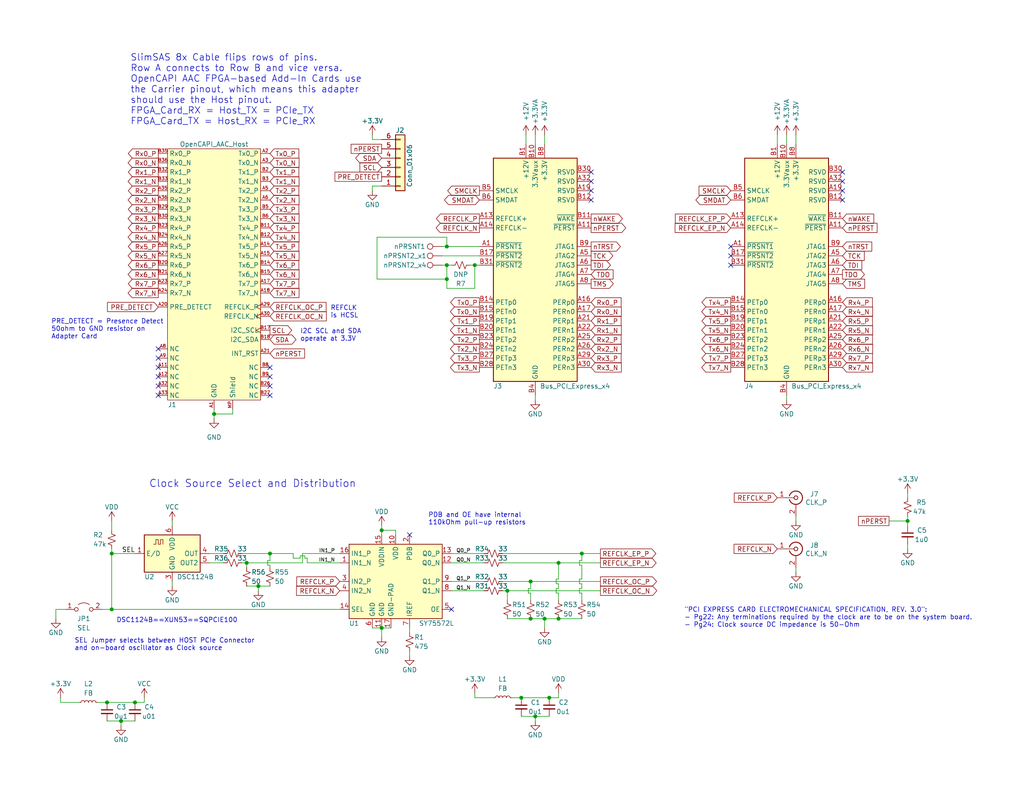
<source format=kicad_sch>
(kicad_sch (version 20230121) (generator eeschema)
  (paper "USLetter")
  (title_block (title "OpenCAPI to PCIe x4 Host and Endpoint") (rev "A") (company "mwrnd") (comment 1 "github.com/mwrnd/OpenCAPI_PCIe_x4_Host_and_Endpoint"))
  (junction (at 148.59 168.91))
  (junction (at 58.42 113.03))
  (junction (at 104.14 171.45))
  (junction (at 142.24 190.5))
  (junction (at 29.21 191.77))
  (junction (at 33.02 196.85))
  (junction (at 36.83 191.77))
  (junction (at 30.48 151.13))
  (junction (at 121.92 72.39))
  (junction (at 104.14 144.78))
  (junction (at 144.78 158.75))
  (junction (at 144.78 168.91))
  (junction (at 152.4 168.91))
  (junction (at 30.48 166.37))
  (junction (at 67.31 153.67))
  (junction (at 138.43 161.29))
  (junction (at 70.485 160.02))
  (junction (at 73.66 151.13))
  (junction (at 149.86 190.5))
  (junction (at 121.92 76.2))
  (junction (at 146.05 195.58))
  (junction (at 152.4 153.67))
  (junction (at 121.92 67.31))
  (junction (at 247.65 142.24))
  (junction (at 158.75 151.13))
  (junction (at 129.54 72.39))
  (no_connect (at 43.18 100.33))
  (no_connect (at 229.87 49.53))
  (no_connect (at 199.39 72.39))
  (no_connect (at 73.66 100.33))
  (no_connect (at 43.18 95.25))
  (no_connect (at 43.18 102.87))
  (no_connect (at 43.18 107.95))
  (no_connect (at 199.39 69.85))
  (no_connect (at 229.87 46.99))
  (no_connect (at 73.66 107.95))
  (no_connect (at 161.29 54.61))
  (no_connect (at 111.76 146.05))
  (no_connect (at 43.18 97.79))
  (no_connect (at 161.29 46.99))
  (no_connect (at 161.29 49.53))
  (no_connect (at 229.87 52.07))
  (no_connect (at 123.19 166.37))
  (no_connect (at 229.87 54.61))
  (no_connect (at 43.18 105.41))
  (no_connect (at 199.39 67.31))
  (no_connect (at 73.66 105.41))
  (no_connect (at 73.66 102.87))
  (no_connect (at 161.29 52.07))
  (wire (pts (xy 15.24 166.37) (xy 15.24 168.91)))
  (wire (pts (xy 146.05 36.83) (xy 146.05 39.37)))
  (wire (pts (xy 33.02 196.85) (xy 33.02 198.12)))
  (wire (pts (xy 142.24 190.5) (xy 149.86 190.5)))
  (wire (pts (xy 30.48 149.86) (xy 30.48 151.13)))
  (wire (pts (xy 101.6 38.1) (xy 101.6 36.83)))
  (wire (pts (xy 102.87 64.77) (xy 102.87 76.2)))
  (wire (pts (xy 17.78 166.37) (xy 15.24 166.37)))
  (wire (pts (xy 81.915 151.765) (xy 81.915 152.4)))
  (wire (pts (xy 66.04 151.13) (xy 73.66 151.13)))
  (wire (pts (xy 151.765 160.655) (xy 151.765 161.925)))
  (wire (pts (xy 123.19 151.13) (xy 132.08 151.13)))
  (wire (pts (xy 158.75 158.115) (xy 158.115 158.115)))
  (wire (pts (xy 247.65 148.59) (xy 247.65 149.86)))
  (wire (pts (xy 217.17 154.94) (xy 217.17 156.21)))
  (wire (pts (xy 26.67 191.77) (xy 29.21 191.77)))
  (wire (pts (xy 67.31 160.02) (xy 70.485 160.02)))
  (wire (pts (xy 137.16 161.29) (xy 138.43 161.29)))
  (wire (pts (xy 66.04 153.67) (xy 67.31 153.67)))
  (wire (pts (xy 152.4 153.67) (xy 152.4 158.115)))
  (wire (pts (xy 242.57 142.24) (xy 247.65 142.24)))
  (wire (pts (xy 144.78 168.91) (xy 148.59 168.91)))
  (wire (pts (xy 121.92 67.31) (xy 130.81 67.31)))
  (wire (pts (xy 151.765 161.925) (xy 152.4 161.925)))
  (wire (pts (xy 148.59 168.91) (xy 148.59 171.45)))
  (wire (pts (xy 247.65 142.24) (xy 247.65 143.51)))
  (wire (pts (xy 158.75 151.13) (xy 163.83 151.13)))
  (wire (pts (xy 128.27 72.39) (xy 129.54 72.39)))
  (wire (pts (xy 247.65 140.97) (xy 247.65 142.24)))
  (wire (pts (xy 107.95 144.78) (xy 107.95 146.05)))
  (wire (pts (xy 149.86 190.5) (xy 152.4 190.5)))
  (wire (pts (xy 80.01 152.4) (xy 81.915 152.4)))
  (wire (pts (xy 158.75 153.035) (xy 158.115 153.035)))
  (wire (pts (xy 104.14 38.1) (xy 101.6 38.1)))
  (wire (pts (xy 152.4 158.115) (xy 151.765 158.115)))
  (wire (pts (xy 83.82 152.4) (xy 83.185 152.4)))
  (wire (pts (xy 70.485 160.02) (xy 70.485 161.29)))
  (wire (pts (xy 83.82 153.67) (xy 83.82 152.4)))
  (wire (pts (xy 67.31 153.67) (xy 67.31 154.94)))
  (wire (pts (xy 111.76 177.8) (xy 111.76 179.07)))
  (wire (pts (xy 27.94 166.37) (xy 30.48 166.37)))
  (wire (pts (xy 129.54 72.39) (xy 129.54 78.74)))
  (wire (pts (xy 144.78 160.655) (xy 144.145 160.655)))
  (wire (pts (xy 73.66 153.035) (xy 73.025 153.035)))
  (wire (pts (xy 29.21 191.77) (xy 36.83 191.77)))
  (wire (pts (xy 158.75 154.305) (xy 158.75 158.115)))
  (wire (pts (xy 70.485 160.02) (xy 73.66 160.02)))
  (wire (pts (xy 39.37 191.77) (xy 36.83 191.77)))
  (wire (pts (xy 158.115 161.925) (xy 158.75 161.925)))
  (wire (pts (xy 121.92 76.2) (xy 121.92 72.39)))
  (wire (pts (xy 73.025 153.035) (xy 73.025 154.305)))
  (wire (pts (xy 212.09 36.83) (xy 212.09 39.37)))
  (wire (pts (xy 120.65 69.85) (xy 130.81 69.85)))
  (wire (pts (xy 39.37 190.5) (xy 39.37 191.77)))
  (wire (pts (xy 144.78 161.925) (xy 144.78 163.83)))
  (wire (pts (xy 151.765 159.385) (xy 152.4 159.385)))
  (wire (pts (xy 151.765 158.115) (xy 151.765 159.385)))
  (wire (pts (xy 144.78 158.75) (xy 144.78 160.655)))
  (wire (pts (xy 142.24 195.58) (xy 146.05 195.58)))
  (wire (pts (xy 158.115 154.305) (xy 158.75 154.305)))
  (wire (pts (xy 121.92 67.31) (xy 121.92 64.77)))
  (wire (pts (xy 29.21 196.85) (xy 33.02 196.85)))
  (wire (pts (xy 120.65 67.31) (xy 121.92 67.31)))
  (wire (pts (xy 137.16 158.75) (xy 144.78 158.75)))
  (wire (pts (xy 104.14 50.8) (xy 101.6 50.8)))
  (wire (pts (xy 82.55 153.67) (xy 82.55 151.13)))
  (wire (pts (xy 92.71 153.67) (xy 83.82 153.67)))
  (wire (pts (xy 101.6 50.8) (xy 101.6 52.07)))
  (wire (pts (xy 138.43 168.91) (xy 144.78 168.91)))
  (wire (pts (xy 158.75 161.925) (xy 158.75 163.83)))
  (wire (pts (xy 129.54 190.5) (xy 129.54 189.23)))
  (wire (pts (xy 80.01 152.4) (xy 80.01 151.13)))
  (wire (pts (xy 73.025 154.305) (xy 73.66 154.305)))
  (wire (pts (xy 214.63 36.83) (xy 214.63 39.37)))
  (wire (pts (xy 80.01 151.13) (xy 73.66 151.13)))
  (wire (pts (xy 30.48 166.37) (xy 92.71 166.37)))
  (wire (pts (xy 129.54 78.74) (xy 121.92 78.74)))
  (wire (pts (xy 121.92 78.74) (xy 121.92 76.2)))
  (wire (pts (xy 158.75 159.385) (xy 158.75 160.655)))
  (wire (pts (xy 247.65 134.62) (xy 247.65 135.89)))
  (wire (pts (xy 123.19 153.67) (xy 132.08 153.67)))
  (wire (pts (xy 144.78 158.75) (xy 163.83 158.75)))
  (wire (pts (xy 158.115 153.035) (xy 158.115 154.305)))
  (wire (pts (xy 121.92 64.77) (xy 102.87 64.77)))
  (wire (pts (xy 104.14 144.78) (xy 104.14 146.05)))
  (wire (pts (xy 46.99 158.75) (xy 46.99 160.02)))
  (wire (pts (xy 146.05 107.95) (xy 146.05 109.22)))
  (wire (pts (xy 158.115 159.385) (xy 158.75 159.385)))
  (wire (pts (xy 148.59 36.83) (xy 148.59 39.37)))
  (wire (pts (xy 21.59 191.77) (xy 16.51 191.77)))
  (wire (pts (xy 138.43 161.29) (xy 138.43 163.83)))
  (wire (pts (xy 16.51 191.77) (xy 16.51 190.5)))
  (wire (pts (xy 129.54 72.39) (xy 130.81 72.39)))
  (wire (pts (xy 104.14 171.45) (xy 106.68 171.45)))
  (wire (pts (xy 137.16 153.67) (xy 152.4 153.67)))
  (wire (pts (xy 101.6 171.45) (xy 104.14 171.45)))
  (wire (pts (xy 143.51 36.83) (xy 143.51 39.37)))
  (wire (pts (xy 214.63 107.95) (xy 214.63 109.22)))
  (wire (pts (xy 137.16 151.13) (xy 158.75 151.13)))
  (wire (pts (xy 30.48 166.37) (xy 30.48 151.13)))
  (wire (pts (xy 158.115 160.655) (xy 158.115 161.925)))
  (wire (pts (xy 152.4 161.925) (xy 152.4 163.83)))
  (wire (pts (xy 104.14 171.45) (xy 104.14 173.99)))
  (wire (pts (xy 82.55 151.13) (xy 92.71 151.13)))
  (wire (pts (xy 83.185 151.765) (xy 81.915 151.765)))
  (wire (pts (xy 67.31 153.67) (xy 82.55 153.67)))
  (wire (pts (xy 46.99 142.24) (xy 46.99 143.51)))
  (wire (pts (xy 104.14 143.51) (xy 104.14 144.78)))
  (wire (pts (xy 121.92 72.39) (xy 123.19 72.39)))
  (wire (pts (xy 30.48 142.24) (xy 30.48 144.78)))
  (wire (pts (xy 152.4 168.91) (xy 158.75 168.91)))
  (wire (pts (xy 217.17 36.83) (xy 217.17 39.37)))
  (wire (pts (xy 144.145 160.655) (xy 144.145 161.925)))
  (wire (pts (xy 104.14 144.78) (xy 107.95 144.78)))
  (wire (pts (xy 83.185 152.4) (xy 83.185 151.765)))
  (wire (pts (xy 58.42 113.03) (xy 63.5 113.03)))
  (wire (pts (xy 148.59 168.91) (xy 152.4 168.91)))
  (wire (pts (xy 57.15 153.67) (xy 60.96 153.67)))
  (wire (pts (xy 158.75 160.655) (xy 158.115 160.655)))
  (wire (pts (xy 152.4 159.385) (xy 152.4 160.655)))
  (wire (pts (xy 120.65 72.39) (xy 121.92 72.39)))
  (wire (pts (xy 138.43 161.29) (xy 163.83 161.29)))
  (wire (pts (xy 73.66 151.13) (xy 73.66 153.035)))
  (wire (pts (xy 58.42 111.76) (xy 58.42 113.03)))
  (wire (pts (xy 158.115 158.115) (xy 158.115 159.385)))
  (wire (pts (xy 30.48 151.13) (xy 36.83 151.13)))
  (wire (pts (xy 152.4 190.5) (xy 152.4 189.23)))
  (wire (pts (xy 134.62 190.5) (xy 129.54 190.5)))
  (wire (pts (xy 58.42 113.03) (xy 58.42 114.3)))
  (wire (pts (xy 123.19 161.29) (xy 132.08 161.29)))
  (wire (pts (xy 63.5 111.76) (xy 63.5 113.03)))
  (wire (pts (xy 217.17 140.97) (xy 217.17 142.24)))
  (wire (pts (xy 123.19 158.75) (xy 132.08 158.75)))
  (wire (pts (xy 139.7 190.5) (xy 142.24 190.5)))
  (wire (pts (xy 73.66 154.305) (xy 73.66 154.94)))
  (wire (pts (xy 146.05 195.58) (xy 146.05 196.85)))
  (wire (pts (xy 152.4 160.655) (xy 151.765 160.655)))
  (wire (pts (xy 146.05 195.58) (xy 149.86 195.58)))
  (wire (pts (xy 152.4 153.67) (xy 163.83 153.67)))
  (wire (pts (xy 144.145 161.925) (xy 144.78 161.925)))
  (wire (pts (xy 33.02 196.85) (xy 36.83 196.85)))
  (wire (pts (xy 102.87 76.2) (xy 121.92 76.2)))
  (wire (pts (xy 111.76 171.45) (xy 111.76 172.72)))
  (wire (pts (xy 158.75 151.13) (xy 158.75 153.035)))
  (wire (pts (xy 57.15 151.13) (xy 60.96 151.13)))
  (text "PDB and OE have internal\n110kOhm pull-up resistors" (at 116.84 143.51 0) (effects (font (size 1.27 1.27)) (justify left bottom)))
  (text "DSC1124B==XUN53==SQPCIE100" (at 31.75 170.18 0) (effects (font (size 1.27 1.27)) (justify left bottom)))
  (text "Clock Source Select and Distribution" (at 40.64 133.35 0) (effects (font (size 2 2)) (justify left bottom)))
  (text "I2C SCL and SDA\noperate at 3.3V" (at 81.915 93.345 0) (effects (font (size 1.27 1.27)) (justify left bottom)))
  (text "\"PCI EXPRESS CARD ELECTROMECHANICAL SPECIFICATION, REV. 3.0\":\n- Pg22: Any terminations required by the clock are to be on the system board.\n- Pg24: Clock source DC impedance is 50-Ohm" (at 186.69 171.45 0) (effects (font (size 1.27 1.27)) (justify left bottom)))
  (text "SEL Jumper selects between HOST PCIe Connector\nand on-board oscillator as Clock source" (at 20.32 177.8 0) (effects (font (size 1.27 1.27)) (justify left bottom)))
  (text "REFCLK\nis HCSL" (at 90.17 86.995 0) (effects (font (size 1.27 1.27)) (justify left bottom)))
  (text "SlimSAS 8x Cable flips rows of pins.\nRow A connects to Row B and vice versa.\nOpenCAPI AAC FPGA-based Add-In Cards use\nthe Carrier pinout, which means this adapter\nshould use the Host pinout.\nFPGA_Card_RX = Host_TX = PCIe_TX\nFPGA_Card_TX = Host_RX = PCIe_RX" (at 35.56 34.29 0) (effects (font (size 1.8 1.8)) (justify left bottom)))
  (text "PRE_DETECT = Presence Detect\n50ohm to GND resistor on\nAdapter Card\n" (at 13.97 92.71 0) (effects (font (size 1.27 1.27)) (justify left bottom)))
  (label "Q0_N" (at 124.46 153.67 0) (effects (font (size 1 1))))
  (label "Q0_P" (at 124.46 151.13 0) (effects (font (size 1 1))))
  (label "IN1_P" (at 91.44 151.13 180) (effects (font (size 1 1))))
  (label "Q1_N" (at 124.46 161.29 0) (effects (font (size 1 1))))
  (label "Q1_P" (at 124.46 158.75 0) (effects (font (size 1 1))))
  (label "IN1_N" (at 91.44 153.67 180) (effects (font (size 1 1))))
  (label "SEL" (at 36.83 151.13 180))
  (global_label "TCK" (shape input) (at 229.87 69.85 0) (property "Intersheetrefs" "${INTERSHEET_REFS}" (effects hide)))
  (global_label "TCK" (shape output) (at 161.29 69.85 0) (property "Intersheetrefs" "${INTERSHEET_REFS}" (effects hide)))
  (global_label "Rx3_P" (shape output) (at 43.18 57.15 180) (property "Intersheetrefs" "${INTERSHEET_REFS}" (effects hide)))
  (global_label "Rx1_P" (shape output) (at 43.18 46.99 180) (property "Intersheetrefs" "${INTERSHEET_REFS}" (effects hide)))
  (global_label "Rx6_P" (shape input) (at 229.87 92.71 0) (property "Intersheetrefs" "${INTERSHEET_REFS}" (effects hide)))
  (global_label "Rx0_N" (shape output) (at 43.18 44.45 180) (property "Intersheetrefs" "${INTERSHEET_REFS}" (effects hide)))
  (global_label "TMS" (shape output) (at 161.29 77.47 0) (property "Intersheetrefs" "${INTERSHEET_REFS}" (effects hide)))
  (global_label "REFCLK_EP_P" (shape input) (at 199.39 59.69 180) (property "Intersheetrefs" "${INTERSHEET_REFS}" (effects hide)))
  (global_label "Tx6_P" (shape output) (at 199.39 92.71 180) (property "Intersheetrefs" "${INTERSHEET_REFS}" (effects hide)))
  (global_label "REFCLK_EP_N" (shape output) (at 163.83 153.67 0) (property "Intersheetrefs" "${INTERSHEET_REFS}" (effects hide)))
  (global_label "Tx0_P" (shape output) (at 130.81 82.55 180) (property "Intersheetrefs" "${INTERSHEET_REFS}" (effects hide)))
  (global_label "Tx4_N" (shape output) (at 199.39 85.09 180) (property "Intersheetrefs" "${INTERSHEET_REFS}" (effects hide)))
  (global_label "Rx7_P" (shape input) (at 229.87 97.79 0) (property "Intersheetrefs" "${INTERSHEET_REFS}" (effects hide)))
  (global_label "SCL" (shape output) (at 73.66 90.17 0) (property "Intersheetrefs" "${INTERSHEET_REFS}" (effects hide)))
  (global_label "REFCLK_P" (shape input) (at 212.09 135.89 180) (property "Intersheetrefs" "${INTERSHEET_REFS}" (effects hide)))
  (global_label "Rx6_P" (shape output) (at 43.18 72.39 180) (property "Intersheetrefs" "${INTERSHEET_REFS}" (effects hide)))
  (global_label "Rx3_P" (shape input) (at 161.29 97.79 0) (property "Intersheetrefs" "${INTERSHEET_REFS}" (effects hide)))
  (global_label "Tx3_P" (shape output) (at 130.81 97.79 180) (property "Intersheetrefs" "${INTERSHEET_REFS}" (effects hide)))
  (global_label "Rx3_N" (shape output) (at 43.18 59.69 180) (property "Intersheetrefs" "${INTERSHEET_REFS}" (effects hide)))
  (global_label "Tx1_P" (shape output) (at 130.81 87.63 180) (property "Intersheetrefs" "${INTERSHEET_REFS}" (effects hide)))
  (global_label "REFCLK_P" (shape output) (at 130.81 59.69 180) (property "Intersheetrefs" "${INTERSHEET_REFS}" (effects hide)))
  (global_label "Tx6_N" (shape output) (at 199.39 95.25 180) (property "Intersheetrefs" "${INTERSHEET_REFS}" (effects hide)))
  (global_label "Tx7_N" (shape input) (at 73.66 80.01 0) (property "Intersheetrefs" "${INTERSHEET_REFS}" (effects hide)))
  (global_label "nWAKE" (shape input) (at 229.87 59.69 0) (property "Intersheetrefs" "${INTERSHEET_REFS}" (effects hide)))
  (global_label "Tx2_N" (shape output) (at 130.81 95.25 180) (property "Intersheetrefs" "${INTERSHEET_REFS}" (effects hide)))
  (global_label "Tx3_N" (shape input) (at 73.66 59.69 0) (property "Intersheetrefs" "${INTERSHEET_REFS}" (effects hide)))
  (global_label "TDO" (shape output) (at 229.87 74.93 0) (property "Intersheetrefs" "${INTERSHEET_REFS}" (effects hide)))
  (global_label "REFCLK_OC_N" (shape output) (at 163.83 161.29 0) (property "Intersheetrefs" "${INTERSHEET_REFS}" (effects hide)))
  (global_label "TMS" (shape input) (at 229.87 77.47 0) (property "Intersheetrefs" "${INTERSHEET_REFS}" (effects hide)))
  (global_label "Rx2_N" (shape output) (at 43.18 54.61 180) (property "Intersheetrefs" "${INTERSHEET_REFS}" (effects hide)))
  (global_label "Tx7_N" (shape output) (at 199.39 100.33 180) (property "Intersheetrefs" "${INTERSHEET_REFS}" (effects hide)))
  (global_label "Rx7_P" (shape output) (at 43.18 77.47 180) (property "Intersheetrefs" "${INTERSHEET_REFS}" (effects hide)))
  (global_label "Tx7_P" (shape output) (at 199.39 97.79 180) (property "Intersheetrefs" "${INTERSHEET_REFS}" (effects hide)))
  (global_label "Rx3_N" (shape input) (at 161.29 100.33 0) (property "Intersheetrefs" "${INTERSHEET_REFS}" (effects hide)))
  (global_label "Tx5_N" (shape output) (at 199.39 90.17 180) (property "Intersheetrefs" "${INTERSHEET_REFS}" (effects hide)))
  (global_label "Rx1_P" (shape input) (at 161.29 87.63 0) (property "Intersheetrefs" "${INTERSHEET_REFS}" (effects hide)))
  (global_label "Tx0_P" (shape input) (at 73.66 41.91 0) (property "Intersheetrefs" "${INTERSHEET_REFS}" (effects hide)))
  (global_label "Rx5_N" (shape output) (at 43.18 69.85 180) (property "Intersheetrefs" "${INTERSHEET_REFS}" (effects hide)))
  (global_label "REFCLK_OC_P" (shape output) (at 163.83 158.75 0) (property "Intersheetrefs" "${INTERSHEET_REFS}" (effects hide)))
  (global_label "SDA" (shape bidirectional) (at 104.14 43.18 180) (property "Intersheetrefs" "${INTERSHEET_REFS}" (effects hide)))
  (global_label "REFCLK_N" (shape output) (at 130.81 62.23 180) (property "Intersheetrefs" "${INTERSHEET_REFS}" (effects hide)))
  (global_label "Tx1_N" (shape input) (at 73.66 49.53 0) (property "Intersheetrefs" "${INTERSHEET_REFS}" (effects hide)))
  (global_label "TDI" (shape output) (at 161.29 72.39 0) (property "Intersheetrefs" "${INTERSHEET_REFS}" (effects hide)))
  (global_label "REFCLK_OC_P" (shape input) (at 73.66 83.82 0) (property "Intersheetrefs" "${INTERSHEET_REFS}" (effects hide)))
  (global_label "Rx0_N" (shape input) (at 161.29 85.09 0) (property "Intersheetrefs" "${INTERSHEET_REFS}" (effects hide)))
  (global_label "Tx5_P" (shape output) (at 199.39 87.63 180) (property "Intersheetrefs" "${INTERSHEET_REFS}" (effects hide)))
  (global_label "Tx3_N" (shape output) (at 130.81 100.33 180) (property "Intersheetrefs" "${INTERSHEET_REFS}" (effects hide)))
  (global_label "Rx6_N" (shape input) (at 229.87 95.25 0) (property "Intersheetrefs" "${INTERSHEET_REFS}" (effects hide)))
  (global_label "nTRST" (shape input) (at 229.87 67.31 0) (property "Intersheetrefs" "${INTERSHEET_REFS}" (effects hide)))
  (global_label "nPERST" (shape passive) (at 242.57 142.24 180) (property "Intersheetrefs" "${INTERSHEET_REFS}" (effects hide)))
  (global_label "Rx4_P" (shape input) (at 229.87 82.55 0) (property "Intersheetrefs" "${INTERSHEET_REFS}" (effects hide)))
  (global_label "Tx5_N" (shape input) (at 73.66 69.85 0) (property "Intersheetrefs" "${INTERSHEET_REFS}" (effects hide)))
  (global_label "Tx4_N" (shape input) (at 73.66 64.77 0) (property "Intersheetrefs" "${INTERSHEET_REFS}" (effects hide)))
  (global_label "Rx6_N" (shape output) (at 43.18 74.93 180) (property "Intersheetrefs" "${INTERSHEET_REFS}" (effects hide)))
  (global_label "Rx5_N" (shape input) (at 229.87 90.17 0) (property "Intersheetrefs" "${INTERSHEET_REFS}" (effects hide)))
  (global_label "nTRST" (shape output) (at 161.29 67.31 0) (property "Intersheetrefs" "${INTERSHEET_REFS}" (effects hide)))
  (global_label "REFCLK_P" (shape input) (at 92.71 158.75 180) (property "Intersheetrefs" "${INTERSHEET_REFS}" (effects hide)))
  (global_label "Rx2_P" (shape output) (at 43.18 52.07 180) (property "Intersheetrefs" "${INTERSHEET_REFS}" (effects hide)))
  (global_label "Rx5_P" (shape input) (at 229.87 87.63 0) (property "Intersheetrefs" "${INTERSHEET_REFS}" (effects hide)))
  (global_label "SMCLK" (shape input) (at 199.39 52.07 180) (property "Intersheetrefs" "${INTERSHEET_REFS}" (effects hide)))
  (global_label "SMDAT" (shape bidirectional) (at 130.81 54.61 180) (property "Intersheetrefs" "${INTERSHEET_REFS}" (effects hide)))
  (global_label "nPERST" (shape output) (at 161.29 62.23 0) (property "Intersheetrefs" "${INTERSHEET_REFS}" (effects hide)))
  (global_label "nPERST" (shape input) (at 73.66 96.52 0) (property "Intersheetrefs" "${INTERSHEET_REFS}" (effects hide)))
  (global_label "nPERST" (shape input) (at 229.87 62.23 0) (property "Intersheetrefs" "${INTERSHEET_REFS}" (effects hide)))
  (global_label "Rx4_N" (shape output) (at 43.18 64.77 180) (property "Intersheetrefs" "${INTERSHEET_REFS}" (effects hide)))
  (global_label "Tx1_P" (shape input) (at 73.66 46.99 0) (property "Intersheetrefs" "${INTERSHEET_REFS}" (effects hide)))
  (global_label "TDI" (shape input) (at 229.87 72.39 0) (property "Intersheetrefs" "${INTERSHEET_REFS}" (effects hide)))
  (global_label "REFCLK_N" (shape input) (at 212.09 149.86 180) (property "Intersheetrefs" "${INTERSHEET_REFS}" (effects hide)))
  (global_label "Rx7_N" (shape output) (at 43.18 80.01 180) (property "Intersheetrefs" "${INTERSHEET_REFS}" (effects hide)))
  (global_label "Tx2_P" (shape output) (at 130.81 92.71 180) (property "Intersheetrefs" "${INTERSHEET_REFS}" (effects hide)))
  (global_label "SMDAT" (shape bidirectional) (at 199.39 54.61 180) (property "Intersheetrefs" "${INTERSHEET_REFS}" (effects hide)))
  (global_label "Rx7_N" (shape input) (at 229.87 100.33 0) (property "Intersheetrefs" "${INTERSHEET_REFS}" (effects hide)))
  (global_label "Tx3_P" (shape input) (at 73.66 57.15 0) (property "Intersheetrefs" "${INTERSHEET_REFS}" (effects hide)))
  (global_label "nPERST" (shape passive) (at 104.14 40.64 180) (property "Intersheetrefs" "${INTERSHEET_REFS}" (effects hide)))
  (global_label "SDA" (shape bidirectional) (at 73.66 92.71 0) (property "Intersheetrefs" "${INTERSHEET_REFS}" (effects hide)))
  (global_label "Rx2_P" (shape input) (at 161.29 92.71 0) (property "Intersheetrefs" "${INTERSHEET_REFS}" (effects hide)))
  (global_label "nWAKE" (shape output) (at 161.29 59.69 0) (property "Intersheetrefs" "${INTERSHEET_REFS}" (effects hide)))
  (global_label "Rx4_P" (shape output) (at 43.18 62.23 180) (property "Intersheetrefs" "${INTERSHEET_REFS}" (effects hide)))
  (global_label "Tx4_P" (shape input) (at 73.66 62.23 0) (property "Intersheetrefs" "${INTERSHEET_REFS}" (effects hide)))
  (global_label "PRE_DETECT" (shape passive) (at 104.14 48.26 180) (property "Intersheetrefs" "${INTERSHEET_REFS}" (effects hide)))
  (global_label "Tx7_P" (shape input) (at 73.66 77.47 0) (property "Intersheetrefs" "${INTERSHEET_REFS}" (effects hide)))
  (global_label "Rx0_P" (shape input) (at 161.29 82.55 0) (property "Intersheetrefs" "${INTERSHEET_REFS}" (effects hide)))
  (global_label "REFCLK_EP_N" (shape input) (at 199.39 62.23 180) (property "Intersheetrefs" "${INTERSHEET_REFS}" (effects hide)))
  (global_label "SCL" (shape input) (at 104.14 45.72 180) (property "Intersheetrefs" "${INTERSHEET_REFS}" (effects hide)))
  (global_label "PRE_DETECT" (shape input) (at 43.18 83.82 180) (property "Intersheetrefs" "${INTERSHEET_REFS}" (effects hide)))
  (global_label "Tx2_P" (shape input) (at 73.66 52.07 0) (property "Intersheetrefs" "${INTERSHEET_REFS}" (effects hide)))
  (global_label "Tx1_N" (shape output) (at 130.81 90.17 180) (property "Intersheetrefs" "${INTERSHEET_REFS}" (effects hide)))
  (global_label "REFCLK_N" (shape input) (at 92.71 161.29 180) (property "Intersheetrefs" "${INTERSHEET_REFS}" (effects hide)))
  (global_label "Rx1_N" (shape input) (at 161.29 90.17 0) (property "Intersheetrefs" "${INTERSHEET_REFS}" (effects hide)))
  (global_label "Rx1_N" (shape output) (at 43.18 49.53 180) (property "Intersheetrefs" "${INTERSHEET_REFS}" (effects hide)))
  (global_label "Tx0_N" (shape input) (at 73.66 44.45 0) (property "Intersheetrefs" "${INTERSHEET_REFS}" (effects hide)))
  (global_label "Rx5_P" (shape output) (at 43.18 67.31 180) (property "Intersheetrefs" "${INTERSHEET_REFS}" (effects hide)))
  (global_label "Rx2_N" (shape input) (at 161.29 95.25 0) (property "Intersheetrefs" "${INTERSHEET_REFS}" (effects hide)))
  (global_label "Tx6_N" (shape input) (at 73.66 74.93 0) (property "Intersheetrefs" "${INTERSHEET_REFS}" (effects hide)))
  (global_label "REFCLK_EP_P" (shape output) (at 163.83 151.13 0) (property "Intersheetrefs" "${INTERSHEET_REFS}" (effects hide)))
  (global_label "Tx5_P" (shape input) (at 73.66 67.31 0) (property "Intersheetrefs" "${INTERSHEET_REFS}" (effects hide)))
  (global_label "Rx0_P" (shape output) (at 43.18 41.91 180) (property "Intersheetrefs" "${INTERSHEET_REFS}" (effects hide)))
  (global_label "Tx2_N" (shape input) (at 73.66 54.61 0) (property "Intersheetrefs" "${INTERSHEET_REFS}" (effects hide)))
  (global_label "REFCLK_OC_N" (shape input) (at 73.66 86.36 0) (property "Intersheetrefs" "${INTERSHEET_REFS}" (effects hide)))
  (global_label "TDO" (shape input) (at 161.29 74.93 0) (property "Intersheetrefs" "${INTERSHEET_REFS}" (effects hide)))
  (global_label "Tx6_P" (shape input) (at 73.66 72.39 0) (property "Intersheetrefs" "${INTERSHEET_REFS}" (effects hide)))
  (global_label "Tx0_N" (shape output) (at 130.81 85.09 180) (property "Intersheetrefs" "${INTERSHEET_REFS}" (effects hide)))
  (global_label "Tx4_P" (shape output) (at 199.39 82.55 180) (property "Intersheetrefs" "${INTERSHEET_REFS}" (effects hide)))
  (global_label "SMCLK" (shape output) (at 130.81 52.07 180) (property "Intersheetrefs" "${INTERSHEET_REFS}" (effects hide)))
  (global_label "Rx4_N" (shape input) (at 229.87 85.09 0) (property "Intersheetrefs" "${INTERSHEET_REFS}" (effects hide)))
  (symbol (lib_id "Connector:Bus_PCI_Express_x4") (at 146.05 74.93 0) (unit 1)
    (property "Reference" "J3" (at 134.62 105.41 0) (effects (justify left)))
    (property "Value" "Bus_PCI_Express_x4" (at 147.32 105.41 0) (effects (justify left)))
    (property "Footprint" "Connector_PCBEdge:BUS_PCIexpress_x4" (effects hide))
    (property "Datasheet" "http://www.ritrontek.com/uploadfile/2016/1026/20161026105231124.pdf#page=63" (effects hide))
  )
  (symbol (lib_id "Device:R_Small_US") (at 73.66 157.48 0) (unit 1)
    (property "Reference" "R55" (at 74.93 156.21 0) (effects (justify left)))
    (property "Value" "50" (at 74.93 158.75 0) (effects (justify left)))
    (property "Footprint" "Resistor_SMD:R_0402_1005Metric_Pad0.72x0.64mm_HandSolder" (effects hide))
  )
  (symbol (lib_id "power:VDD") (at 152.4 189.23 0) (unit 1)
    (property "Reference" "#PWR041" (effects hide))
    (property "Value" "VDD" (at 152.4 185.42 0))
  )
  (symbol (lib_id "Device:C_Small") (at 149.86 193.04 0) (unit 1)
    (property "Reference" "C2" (at 152.4 191.7763 0) (effects (justify left)))
    (property "Value" "0u1" (at 151.765 194.31 0) (effects (justify left)))
    (property "Footprint" "Capacitor_SMD:C_0402_1005Metric_Pad0.74x0.62mm_HandSolder" (effects hide))
  )
  (symbol (lib_id "power:GND") (at 148.59 171.45 0) (unit 1)
    (property "Reference" "#PWR052" (effects hide))
    (property "Value" "GND" (at 148.59 175.26 0))
  )
  (symbol (lib_id "Device:R_Small_US") (at 134.62 153.67 270) (unit 1)
    (property "Reference" "R33" (at 129.54 152.4 90) (effects (justify left)))
    (property "Value" "33" (at 135.89 152.4 90) (effects (justify left)))
    (property "Footprint" "Resistor_SMD:R_0402_1005Metric_Pad0.72x0.64mm_HandSolder" (effects hide))
  )
  (symbol (lib_id "Oscillator:XUX53") (at 46.99 151.13 0) (unit 1)
    (property "Reference" "U2" (at 39.37 157.48 0) (effects (justify left)))
    (property "Value" "DSC1124B" (at 48.26 157.48 0) (effects (justify left)))
    (property "Footprint" "Oscillator:Oscillator_SMD_IDT_JS6-6_5.0x3.2mm_P1.27mm" (effects hide))
    (property "Datasheet" "https://www.idt.com/document/dst/xu-family-datasheet" (effects hide))
  )
  (symbol (lib_id "Device:C_Small") (at 142.24 193.04 0) (unit 1)
    (property "Reference" "C1" (at 144.78 191.7763 0) (effects (justify left)))
    (property "Value" "0u1" (at 144.145 194.31 0) (effects (justify left)))
    (property "Footprint" "Capacitor_SMD:C_0402_1005Metric_Pad0.74x0.62mm_HandSolder" (effects hide))
  )
  (symbol (lib_id "Device:R_Small_US") (at 134.62 161.29 270) (unit 1)
    (property "Reference" "R31" (at 129.54 160.02 90) (effects (justify left)))
    (property "Value" "33" (at 135.89 160.02 90) (effects (justify left)))
    (property "Footprint" "Resistor_SMD:R_0402_1005Metric_Pad0.72x0.64mm_HandSolder" (effects hide))
  )
  (symbol (lib_id "Connector:TestPoint") (at 120.65 69.85 90) (unit 1)
    (property "Reference" "TP2" (effects hide))
    (property "Value" "nPRSNT2_x1" (at 110.49 69.85 90))
    (property "Footprint" "TestPoint:TestPoint_THTPad_D1.0mm_Drill0.5mm" (effects hide))
  )
  (symbol (lib_id "power:+3.3V") (at 217.17 36.83 0) (unit 1)
    (property "Reference" "#PWR057" (effects hide))
    (property "Value" "+3.3V" (at 217.17 30.48 90))
  )
  (symbol (lib_id "Device:R_Small_US") (at 30.48 147.32 0) (unit 1)
    (property "Reference" "R2" (at 25.4 146.05 0) (effects (justify left)))
    (property "Value" "47k" (at 25.4 148.59 0) (effects (justify left)))
    (property "Footprint" "Resistor_SMD:R_0402_1005Metric_Pad0.72x0.64mm_HandSolder" (effects hide))
  )
  (symbol (lib_id "power:+3.3V") (at 247.65 134.62 0) (unit 1)
    (property "Reference" "#PWR051" (effects hide))
    (property "Value" "+3.3V" (at 247.65 130.81 0))
  )
  (symbol (lib_id "power:+3.3V") (at 148.59 36.83 0) (unit 1)
    (property "Reference" "#PWR037" (effects hide))
    (property "Value" "+3.3V" (at 148.59 30.48 90))
  )
  (symbol (lib_id "Device:R_Small_US") (at 134.62 158.75 270) (unit 1)
    (property "Reference" "R32" (at 129.54 157.48 90) (effects (justify left)))
    (property "Value" "33" (at 135.89 157.48 90) (effects (justify left)))
    (property "Footprint" "Resistor_SMD:R_0402_1005Metric_Pad0.72x0.64mm_HandSolder" (effects hide))
  )
  (symbol (lib_id "power:GND") (at 70.485 161.29 0) (unit 1)
    (property "Reference" "#PWR059" (effects hide))
    (property "Value" "GND" (at 70.485 165.1 0))
  )
  (symbol (lib_id "Device:R_Small_US") (at 111.76 175.26 0) (unit 1)
    (property "Reference" "R1" (at 113.03 173.99 0) (effects (justify left)))
    (property "Value" "475" (at 113.03 176.53 0) (effects (justify left)))
    (property "Footprint" "Resistor_SMD:R_0402_1005Metric_Pad0.72x0.64mm_HandSolder" (effects hide))
  )
  (symbol (lib_id "Device:R_Small_US") (at 152.4 166.37 0) (unit 1)
    (property "Reference" "R53" (at 153.67 165.1 0) (effects (justify left)))
    (property "Value" "50" (at 153.67 167.64 0) (effects (justify left)))
    (property "Footprint" "Resistor_SMD:R_0402_1005Metric_Pad0.72x0.64mm_HandSolder" (effects hide))
  )
  (symbol (lib_id "power:+12V") (at 143.51 36.83 0) (unit 1)
    (property "Reference" "#PWR039" (effects hide))
    (property "Value" "+12V" (at 143.51 30.48 90))
  )
  (symbol (lib_id "power:GND") (at 111.76 179.07 0) (unit 1)
    (property "Reference" "#PWR04" (effects hide))
    (property "Value" "GND" (at 111.76 182.88 0))
  )
  (symbol (lib_id "Device:R_Small_US") (at 134.62 151.13 270) (unit 1)
    (property "Reference" "R34" (at 129.54 149.86 90) (effects (justify left)))
    (property "Value" "33" (at 135.89 149.86 90) (effects (justify left)))
    (property "Footprint" "Resistor_SMD:R_0402_1005Metric_Pad0.72x0.64mm_HandSolder" (effects hide))
  )
  (symbol (lib_id "power:GND") (at 217.17 156.21 0) (unit 1)
    (property "Reference" "#PWR035" (effects hide))
    (property "Value" "GND" (at 217.17 160.02 0))
  )
  (symbol (lib_id "power:+3.3V") (at 101.6 36.83 0) (unit 1)
    (property "Reference" "#PWR058" (effects hide))
    (property "Value" "+3.3V" (at 101.6 33.02 0))
  )
  (symbol (lib_id "Device:C_Small") (at 29.21 194.31 0) (unit 1)
    (property "Reference" "C3" (at 31.75 193.0463 0) (effects (justify left)))
    (property "Value" "0u1" (at 31.115 195.58 0) (effects (justify left)))
    (property "Footprint" "Capacitor_SMD:C_0402_1005Metric_Pad0.74x0.62mm_HandSolder" (effects hide))
  )
  (symbol (lib_id "power:+3.3VA") (at 146.05 36.83 0) (unit 1)
    (property "Reference" "#PWR038" (effects hide))
    (property "Value" "+3.3VA" (at 146.05 30.48 90))
  )
  (symbol (lib_id "power:GND") (at 247.65 149.86 0) (unit 1)
    (property "Reference" "#PWR01" (effects hide))
    (property "Value" "GND" (at 247.65 153.67 0))
  )
  (symbol (lib_id "Device:L_Small") (at 24.13 191.77 90) (unit 1)
    (property "Reference" "L2" (at 24.13 186.69 90))
    (property "Value" "FB" (at 24.13 189.23 90))
    (property "Footprint" "Resistor_SMD:R_0402_1005Metric_Pad0.72x0.64mm_HandSolder" (effects hide))
  )
  (symbol (lib_id "power:+3.3VA") (at 214.63 36.83 0) (unit 1)
    (property "Reference" "#PWR055" (effects hide))
    (property "Value" "+3.3VA" (at 214.63 30.48 90))
  )
  (symbol (lib_id "Connector:Bus_PCI_Express_x4") (at 214.63 74.93 0) (unit 1)
    (property "Reference" "J4" (at 203.2 105.41 0) (effects (justify left)))
    (property "Value" "Bus_PCI_Express_x4" (at 215.9 105.41 0) (effects (justify left)))
    (property "Footprint" "Connector_PCBEdge:BUS_PCIexpress_x4" (effects hide))
    (property "Datasheet" "http://www.ritrontek.com/uploadfile/2016/1026/20161026105231124.pdf#page=63" (effects hide))
  )
  (symbol (lib_id "power:GND") (at 46.99 160.02 0) (unit 1)
    (property "Reference" "#PWR045" (effects hide))
    (property "Value" "GND" (at 46.99 163.83 0))
  )
  (symbol (lib_id "Connector:TestPoint") (at 120.65 67.31 90) (unit 1)
    (property "Reference" "TP1" (effects hide))
    (property "Value" "nPRSNT1" (at 111.76 67.31 90))
    (property "Footprint" "TestPoint:TestPoint_THTPad_D1.0mm_Drill0.5mm" (effects hide))
  )
  (symbol (lib_id "Device:R_Small_US") (at 158.75 166.37 0) (unit 1)
    (property "Reference" "R54" (at 160.02 165.1 0) (effects (justify left)))
    (property "Value" "50" (at 160.02 167.64 0) (effects (justify left)))
    (property "Footprint" "Resistor_SMD:R_0402_1005Metric_Pad0.72x0.64mm_HandSolder" (effects hide))
  )
  (symbol (lib_id "Device:R_Small_US") (at 67.31 157.48 0) (unit 1)
    (property "Reference" "R56" (at 68.58 156.21 0) (effects (justify left)))
    (property "Value" "50" (at 68.58 158.75 0) (effects (justify left)))
    (property "Footprint" "Resistor_SMD:R_0402_1005Metric_Pad0.72x0.64mm_HandSolder" (effects hide))
  )
  (symbol (lib_id "power:GND") (at 104.14 173.99 0) (unit 1)
    (property "Reference" "#PWR036" (effects hide))
    (property "Value" "GND" (at 104.14 177.8 0))
  )
  (symbol (lib_id "power:+3.3V") (at 16.51 190.5 0) (unit 1)
    (property "Reference" "#PWR042" (effects hide))
    (property "Value" "+3.3V" (at 16.51 186.69 0))
  )
  (symbol (lib_id "Device:R_Small_US") (at 63.5 153.67 270) (unit 1)
    (property "Reference" "R36" (at 58.42 152.4 90) (effects (justify left)))
    (property "Value" "33" (at 64.77 152.4 90) (effects (justify left)))
    (property "Footprint" "Resistor_SMD:R_0402_1005Metric_Pad0.72x0.64mm_HandSolder" (effects hide))
  )
  (symbol (lib_id "Connector:TestPoint") (at 120.65 72.39 90) (unit 1)
    (property "Reference" "TP3" (effects hide))
    (property "Value" "nPRSNT2_x4" (at 110.49 72.39 90))
    (property "Footprint" "TestPoint:TestPoint_THTPad_D1.0mm_Drill0.5mm" (effects hide))
  )
  (symbol (lib_id "Device:R_Small_US") (at 144.78 166.37 0) (unit 1)
    (property "Reference" "R52" (at 146.05 165.1 0) (effects (justify left)))
    (property "Value" "50" (at 146.05 167.64 0) (effects (justify left)))
    (property "Footprint" "Resistor_SMD:R_0402_1005Metric_Pad0.72x0.64mm_HandSolder" (effects hide))
  )
  (symbol (lib_id "Device:R_Small_US") (at 138.43 166.37 0) (unit 1)
    (property "Reference" "R51" (at 139.7 165.1 0) (effects (justify left)))
    (property "Value" "50" (at 139.7 167.64 0) (effects (justify left)))
    (property "Footprint" "Resistor_SMD:R_0402_1005Metric_Pad0.72x0.64mm_HandSolder" (effects hide))
  )
  (symbol (lib_id "power:GND") (at 33.02 198.12 0) (unit 1)
    (property "Reference" "#PWR050" (effects hide))
    (property "Value" "GND" (at 33.02 201.93 0))
  )
  (symbol (lib_id "Device:C_Small") (at 36.83 194.31 0) (unit 1)
    (property "Reference" "C4" (at 39.37 193.0463 0) (effects (justify left)))
    (property "Value" "u01" (at 38.735 195.58 0) (effects (justify left)))
    (property "Footprint" "Capacitor_SMD:C_0402_1005Metric_Pad0.74x0.62mm_HandSolder" (effects hide))
  )
  (symbol (lib_id "power:VCC") (at 46.99 142.24 0) (unit 1)
    (property "Reference" "#PWR043" (effects hide))
    (property "Value" "VCC" (at 46.99 138.43 0))
  )
  (symbol (lib_id "Jumper:Jumper_2_Open") (at 22.86 166.37 0) (unit 1)
    (property "Reference" "JP1" (at 22.86 168.91 0))
    (property "Value" "SEL" (at 22.86 171.45 0))
    (property "Footprint" "Connector_PinHeader_2.00mm:PinHeader_1x02_P2.00mm_Vertical" (effects hide))
  )
  (symbol (lib_id "power:GND") (at 146.05 109.22 0) (unit 1)
    (property "Reference" "#PWR053" (effects hide))
    (property "Value" "GND" (at 146.05 113.03 0))
  )
  (symbol (lib_id "OpenCAPI_AAC:OpenCAPI_AAC_Host") (at 58.42 74.93 0) (unit 1)
    (property "Reference" "J1" (at 46.99 110.49 0))
    (property "Value" "OpenCAPI_AAC_Host" (at 58.42 39.37 0))
    (property "Footprint" "SlimSAS_8x:SlimSAS_8x_RA_U10-A474" (effects hide))
    (property "Datasheet" "adm-pcie-9v5 user manual_v1_4.pdf" (effects hide))
  )
  (symbol (lib_id "power:GND") (at 214.63 109.22 0) (unit 1)
    (property "Reference" "#PWR056" (effects hide))
    (property "Value" "GND" (at 214.63 113.03 0))
  )
  (symbol (lib_id "Connector_Generic:Conn_01x06") (at 109.22 45.72 0) (mirror x) (unit 1)
    (property "Reference" "J2" (at 107.95 35.56 0) (effects (justify left)))
    (property "Value" "Conn_01x06" (at 111.76 39.37 90) (effects (justify left)))
    (property "Footprint" "Connector_PinHeader_2.54mm:PinHeader_1x06_P2.54mm_Vertical" (effects hide))
  )
  (symbol (lib_id "power:VDD") (at 30.48 142.24 0) (unit 1)
    (property "Reference" "#PWR02" (effects hide))
    (property "Value" "VDD" (at 30.48 138.43 0))
  )
  (symbol (lib_id "Device:L_Small") (at 137.16 190.5 90) (unit 1)
    (property "Reference" "L1" (at 137.16 185.42 90))
    (property "Value" "FB" (at 137.16 187.96 90))
    (property "Footprint" "Resistor_SMD:R_0402_1005Metric_Pad0.72x0.64mm_HandSolder" (effects hide))
  )
  (symbol (lib_id "power:GND") (at 217.17 142.24 0) (unit 1)
    (property "Reference" "#PWR034" (effects hide))
    (property "Value" "GND" (at 217.17 146.05 0))
  )
  (symbol (lib_id "power:VDD") (at 104.14 143.51 0) (unit 1)
    (property "Reference" "#PWR048" (effects hide))
    (property "Value" "VDD" (at 104.14 139.7 0))
  )
  (symbol (lib_id "Device:C_Small") (at 247.65 146.05 0) (unit 1)
    (property "Reference" "C5" (at 250.19 144.7863 0) (effects (justify left)))
    (property "Value" "1u0" (at 249.555 147.32 0) (effects (justify left)))
    (property "Footprint" "Capacitor_SMD:C_0805_2012Metric_Pad1.18x1.45mm_HandSolder" (effects hide))
  )
  (symbol (lib_id "Device:R_Small_US") (at 63.5 151.13 270) (unit 1)
    (property "Reference" "R35" (at 58.42 149.86 90) (effects (justify left)))
    (property "Value" "33" (at 64.77 149.86 90) (effects (justify left)))
    (property "Footprint" "Resistor_SMD:R_0402_1005Metric_Pad0.72x0.64mm_HandSolder" (effects hide))
  )
  (symbol (lib_id "SY75572L:SY75572L") (at 107.95 158.75 0) (unit 1)
    (property "Reference" "U1" (at 95.25 170.18 0) (effects (justify left)))
    (property "Value" "SY75572L" (at 114.3 170.18 0) (effects (justify left)))
    (property "Footprint" "Package_DFN_QFN:QFN-16-1EP_3x3mm_P0.5mm_EP1.45x1.45mm_ThermalVias" (effects hide))
  )
  (symbol (lib_id "Device:R_Small_US") (at 125.73 72.39 90) (unit 1)
    (property "Reference" "R7" (at 125.73 77.47 90))
    (property "Value" "DNP" (at 125.73 74.93 90))
    (property "Footprint" "Resistor_SMD:R_0603_1608Metric_Pad0.98x0.95mm_HandSolder" (effects hide))
  )
  (symbol (lib_id "power:+12V") (at 212.09 36.83 0) (unit 1)
    (property "Reference" "#PWR054" (effects hide))
    (property "Value" "+12V" (at 212.09 30.48 90))
  )
  (symbol (lib_id "power:GND") (at 101.6 52.07 0) (unit 1)
    (property "Reference" "#PWR05" (effects hide))
    (property "Value" "GND" (at 101.6 55.88 0))
  )
  (symbol (lib_id "Device:R_Small_US") (at 247.65 138.43 0) (mirror y) (unit 1)
    (property "Reference" "R5" (at 252.73 137.16 0) (effects (justify left)))
    (property "Value" "47k" (at 252.73 139.7 0) (effects (justify left)))
    (property "Footprint" "Resistor_SMD:R_0402_1005Metric_Pad0.72x0.64mm_HandSolder" (effects hide))
  )
  (symbol (lib_id "Connector:Conn_Coaxial") (at 217.17 149.86 0) (unit 1)
    (property "Reference" "J8" (at 220.98 148.8831 0) (effects (justify left)))
    (property "Value" "CLK_N" (at 219.71 151.13 0) (effects (justify left)))
    (property "Footprint" "U.FL_w_Label:U.FL_Hirose_w_Label" (effects hide))
    (property "Datasheet" " ~" (effects hide))
  )
  (symbol (lib_id "Connector:Conn_Coaxial") (at 217.17 135.89 0) (unit 1)
    (property "Reference" "J7" (at 220.98 134.9131 0) (effects (justify left)))
    (property "Value" "CLK_P" (at 219.71 137.16 0) (effects (justify left)))
    (property "Footprint" "U.FL_w_Label:U.FL_Hirose_w_Label" (effects hide))
    (property "Datasheet" " ~" (effects hide))
  )
  (symbol (lib_id "power:GND") (at 15.24 168.91 0) (unit 1)
    (property "Reference" "#PWR046" (effects hide))
    (property "Value" "GND" (at 15.24 172.72 0))
  )
  (symbol (lib_id "power:GND") (at 58.42 114.3 0) (unit 1)
    (property "Reference" "#PWR0102" (effects hide))
    (property "Value" "GND" (at 58.42 119.38 0))
  )
  (symbol (lib_id "power:+3.3V") (at 129.54 189.23 0) (unit 1)
    (property "Reference" "#PWR040" (effects hide))
    (property "Value" "+3.3V" (at 129.54 185.42 0))
  )
  (symbol (lib_id "power:GND") (at 146.05 196.85 0) (unit 1)
    (property "Reference" "#PWR047" (effects hide))
    (property "Value" "GND" (at 146.05 200.66 0))
  )
  (symbol (lib_id "power:VCC") (at 39.37 190.5 0) (unit 1)
    (property "Reference" "#PWR049" (effects hide))
    (property "Value" "VCC" (at 39.37 186.69 0))
  )
)
</source>
